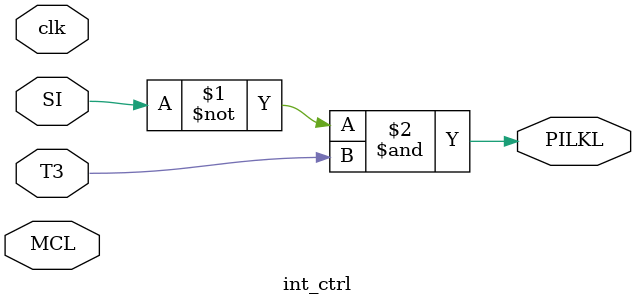
<source format=v>
/*      
 * Copyright (c) 2024 Anders Magnusson
 * All rights reserved.
 *
 * Redistribution and use in source and binary forms, with or without
 * modification, are permitted provided that the following conditions
 * are met:
 * 1. Redistributions of source code must retain the above copyright
 *    notice, this list of conditions and the following disclaimer.
 * 2. Redistributions in binary form must reproduce the above copyright
 *    notice, this list of conditions and the following disclaimer in the
 *    documentation and/or other materials provided with the distribution.
 *
 * THIS SOFTWARE IS PROVIDED BY THE AUTHOR ``AS IS'' AND ANY EXPRESS OR
 * IMPLIED WARRANTIES, INCLUDING, BUT NOT LIMITED TO, THE IMPLIED WARRANTIES
 * OF MERCHANTABILITY AND FITNESS FOR A PARTICULAR PURPOSE ARE DISCLAIMED.
 * IN NO EVENT SHALL THE AUTHOR BE LIABLE FOR ANY DIRECT, INDIRECT,
 * INCIDENTAL, SPECIAL, EXEMPLARY, OR CONSEQUENTIAL DAMAGES (INCLUDING, BUT
 * NOT LIMITED TO, PROCUREMENT OF SUBSTITUTE GOODS OR SERVICES; LOSS OF USE,
 * DATA, OR PROFITS; OR BUSINESS INTERRUPTION) HOWEVER CAUSED AND ON ANY
 * THEORY OF LIABILITY, WHETHER IN CONTRACT, STRICT LIABILITY, OR TORT
 * (INCLUDING NEGLIGENCE OR OTHERWISE) ARISING IN ANY WAY OUT OF THE USE OF
 * THIS SOFTWARE, EVEN IF ADVISED OF THE POSSIBILITY OF SUCH DAMAGE.
 */     
`timescale 1ns / 1ps
`default_nettype none
/*
 * INTERRUPT CONTROL, card 1058.
 */

module int_ctrl (
	input			clk,
	input			MCL,
	input			SI,
	input			T3,

	output			PILKL
);

	/*
	 * Clocking of PIL.
	 */
	assign PILKL = ~SI & T3;

endmodule

</source>
